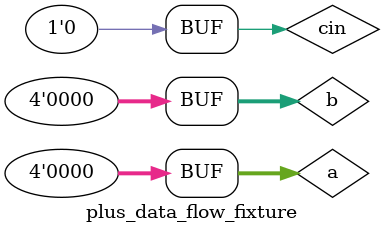
<source format=v>
`timescale 1ns / 1ps


module plus_data_flow_fixture;

	// Inputs
	reg [3:0] a;
	reg [3:0] b;
	reg cin;

	// Outputs
	wire [3:0] q;
	wire cout;

	// Instantiate the Unit Under Test (UUT)
	plus_data_flow uut (
		.q(q), 
		.cout(cout), 
		.a(a), 
		.b(b), 
		.cin(cin)
	);

	initial begin
		// Initialize Inputs
		a = 0;
		b = 0;
		cin = 0;

		// Wait 100 ns for global reset to finish
		#100;
        
		// Add stimulus here

	end
      
endmodule



</source>
